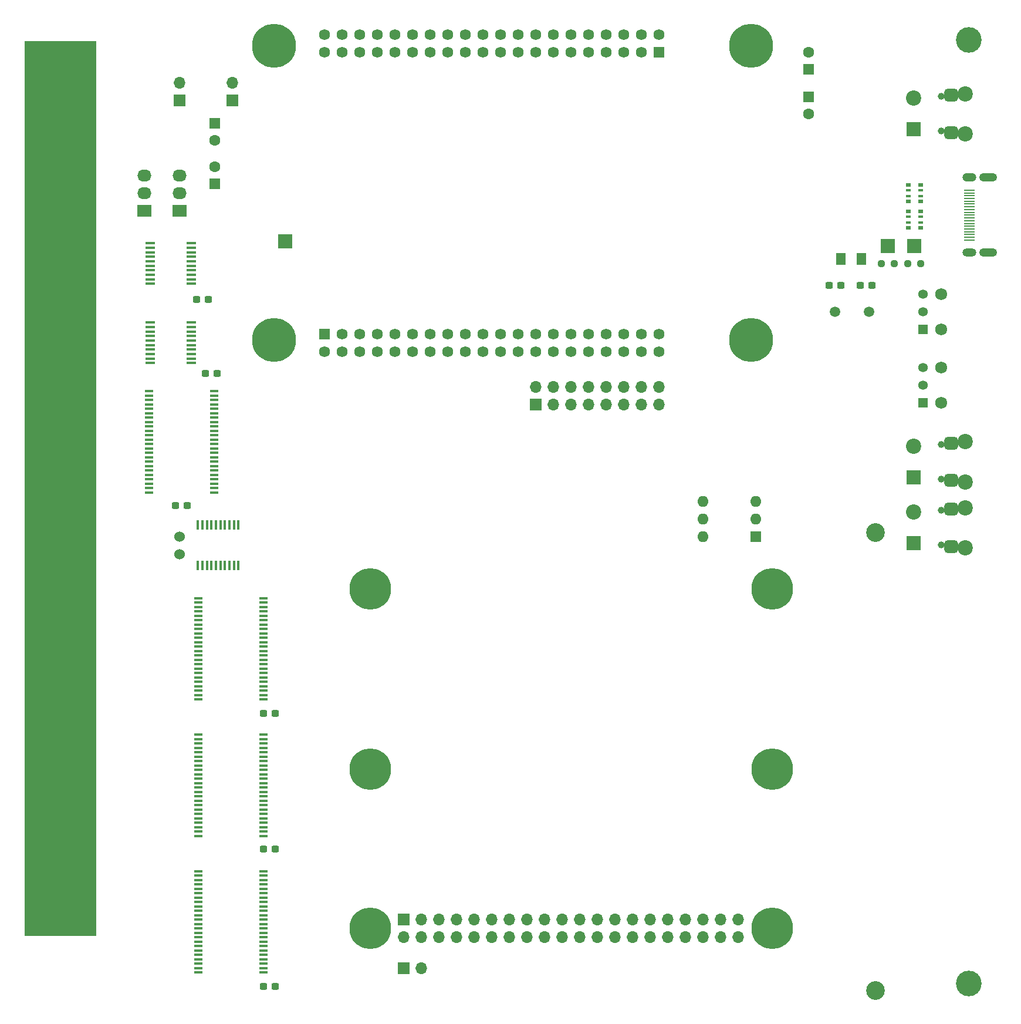
<source format=gts>
G04 #@! TF.GenerationSoftware,KiCad,Pcbnew,(6.0.5-0)*
G04 #@! TF.CreationDate,2022-09-21T23:29:34+09:00*
G04 #@! TF.ProjectId,kepler-x,6b65706c-6572-42d7-982e-6b696361645f,rev?*
G04 #@! TF.SameCoordinates,Original*
G04 #@! TF.FileFunction,Soldermask,Top*
G04 #@! TF.FilePolarity,Negative*
%FSLAX46Y46*%
G04 Gerber Fmt 4.6, Leading zero omitted, Abs format (unit mm)*
G04 Created by KiCad (PCBNEW (6.0.5-0)) date 2022-09-21 23:29:34*
%MOMM*%
%LPD*%
G01*
G04 APERTURE LIST*
G04 Aperture macros list*
%AMRoundRect*
0 Rectangle with rounded corners*
0 $1 Rounding radius*
0 $2 $3 $4 $5 $6 $7 $8 $9 X,Y pos of 4 corners*
0 Add a 4 corners polygon primitive as box body*
4,1,4,$2,$3,$4,$5,$6,$7,$8,$9,$2,$3,0*
0 Add four circle primitives for the rounded corners*
1,1,$1+$1,$2,$3*
1,1,$1+$1,$4,$5*
1,1,$1+$1,$6,$7*
1,1,$1+$1,$8,$9*
0 Add four rect primitives between the rounded corners*
20,1,$1+$1,$2,$3,$4,$5,0*
20,1,$1+$1,$4,$5,$6,$7,0*
20,1,$1+$1,$6,$7,$8,$9,0*
20,1,$1+$1,$8,$9,$2,$3,0*%
G04 Aperture macros list end*
%ADD10C,0.120000*%
%ADD11RoundRect,0.300000X-4.200000X-0.450000X4.200000X-0.450000X4.200000X0.450000X-4.200000X0.450000X0*%
%ADD12C,2.700000*%
%ADD13C,1.500000*%
%ADD14RoundRect,0.237500X-0.300000X-0.237500X0.300000X-0.237500X0.300000X0.237500X-0.300000X0.237500X0*%
%ADD15RoundRect,0.250001X0.462499X0.624999X-0.462499X0.624999X-0.462499X-0.624999X0.462499X-0.624999X0*%
%ADD16C,3.700000*%
%ADD17R,1.200000X0.400000*%
%ADD18R,1.358000X1.358000*%
%ADD19C,1.358000*%
%ADD20C,1.725000*%
%ADD21RoundRect,0.237500X-0.250000X-0.237500X0.250000X-0.237500X0.250000X0.237500X-0.250000X0.237500X0*%
%ADD22RoundRect,0.237500X0.300000X0.237500X-0.300000X0.237500X-0.300000X-0.237500X0.300000X-0.237500X0*%
%ADD23R,1.700000X1.700000*%
%ADD24O,1.700000X1.700000*%
%ADD25R,1.450000X0.450000*%
%ADD26R,2.032000X1.727200*%
%ADD27O,2.032000X1.727200*%
%ADD28R,0.800000X0.500000*%
%ADD29R,0.800000X0.400000*%
%ADD30R,1.600000X1.600000*%
%ADD31O,1.600000X1.600000*%
%ADD32R,2.000000X2.000000*%
%ADD33R,1.590000X1.590000*%
%ADD34C,1.590000*%
%ADD35C,6.350000*%
%ADD36O,2.000000X1.250000*%
%ADD37O,2.600000X1.220000*%
%ADD38O,2.600000X1.200000*%
%ADD39O,2.000000X1.200000*%
%ADD40R,1.600000X0.230000*%
%ADD41C,1.000000*%
%ADD42R,2.100000X2.100000*%
%ADD43C,2.200000*%
%ADD44RoundRect,0.450000X0.550000X0.450000X-0.550000X0.450000X-0.550000X-0.450000X0.550000X-0.450000X0*%
%ADD45R,0.450000X1.450000*%
%ADD46C,1.524000*%
%ADD47C,1.600000*%
%ADD48C,6.000000*%
G04 APERTURE END LIST*
D10*
X40000000Y-166100000D02*
X29750000Y-166100000D01*
X29750000Y-166100000D02*
X29750000Y-37100000D01*
X29750000Y-37100000D02*
X40000000Y-37100000D01*
X40000000Y-37100000D02*
X40000000Y-166100000D01*
G36*
X40000000Y-166100000D02*
G01*
X29750000Y-166100000D01*
X29750000Y-37100000D01*
X40000000Y-37100000D01*
X40000000Y-166100000D01*
G37*
D11*
X35555000Y-163830000D03*
X35555000Y-161290000D03*
X35555000Y-158750000D03*
X35555000Y-156210000D03*
X35555000Y-153670000D03*
X35555000Y-151130000D03*
X35555000Y-148590000D03*
X35555000Y-146050000D03*
X35555000Y-143510000D03*
X35555000Y-140970000D03*
X35555000Y-138430000D03*
X35555000Y-135890000D03*
X35555000Y-133350000D03*
X35555000Y-130810000D03*
X35555000Y-128270000D03*
X35555000Y-125730000D03*
X35555000Y-123190000D03*
X35555000Y-120650000D03*
X35555000Y-118110000D03*
X35555000Y-115570000D03*
X35555000Y-113030000D03*
X35555000Y-110490000D03*
X35555000Y-107950000D03*
X35555000Y-105410000D03*
X35555000Y-102870000D03*
X35555000Y-100330000D03*
X35555000Y-97790000D03*
X35555000Y-95250000D03*
X35555000Y-92710000D03*
X35555000Y-90170000D03*
X35555000Y-87630000D03*
X35555000Y-85090000D03*
X35555000Y-82550000D03*
X35555000Y-80010000D03*
X35555000Y-77470000D03*
X35555000Y-74930000D03*
X35555000Y-72390000D03*
X35555000Y-69850000D03*
X35555000Y-67310000D03*
X35555000Y-64770000D03*
X35555000Y-62230000D03*
X35555000Y-59690000D03*
X35555000Y-57150000D03*
X35555000Y-54610000D03*
X35555000Y-52070000D03*
X35555000Y-49530000D03*
X35555000Y-46990000D03*
X35555000Y-44450000D03*
X35555000Y-41910000D03*
X35555000Y-39370000D03*
D12*
X152500000Y-108000000D03*
D13*
X146685000Y-76200000D03*
X151565000Y-76200000D03*
D14*
X64161500Y-173482000D03*
X65886500Y-173482000D03*
D15*
X150495000Y-68580000D03*
X147520000Y-68580000D03*
D16*
X166000000Y-173000000D03*
D17*
X47701200Y-87630000D03*
X47701200Y-88265000D03*
X47701200Y-88900000D03*
X47701200Y-89535000D03*
X47701200Y-90170000D03*
X47701200Y-90805000D03*
X47701200Y-91440000D03*
X47701200Y-92075000D03*
X47701200Y-92710000D03*
X47701200Y-93345000D03*
X47701200Y-93980000D03*
X47701200Y-94615000D03*
X47701200Y-95250000D03*
X47701200Y-95885000D03*
X47701200Y-96520000D03*
X47701200Y-97155000D03*
X47701200Y-97790000D03*
X47701200Y-98425000D03*
X47701200Y-99060000D03*
X47701200Y-99695000D03*
X47701200Y-100330000D03*
X47701200Y-100965000D03*
X47701200Y-101600000D03*
X47701200Y-102235000D03*
X57101200Y-102235000D03*
X57101200Y-101600000D03*
X57101200Y-100965000D03*
X57101200Y-100330000D03*
X57101200Y-99695000D03*
X57101200Y-99060000D03*
X57101200Y-98425000D03*
X57101200Y-97790000D03*
X57101200Y-97155000D03*
X57101200Y-96520000D03*
X57101200Y-95885000D03*
X57101200Y-95250000D03*
X57101200Y-94615000D03*
X57101200Y-93980000D03*
X57101200Y-93345000D03*
X57101200Y-92710000D03*
X57101200Y-92075000D03*
X57101200Y-91440000D03*
X57101200Y-90805000D03*
X57101200Y-90170000D03*
X57101200Y-89535000D03*
X57101200Y-88900000D03*
X57101200Y-88265000D03*
X57101200Y-87630000D03*
D18*
X159385010Y-78740000D03*
D19*
X159385010Y-76200000D03*
X159385010Y-73660000D03*
D20*
X162005010Y-78740000D03*
X162005010Y-73660000D03*
D21*
X157202500Y-69215000D03*
X159027500Y-69215000D03*
D22*
X151992500Y-72390000D03*
X150267500Y-72390000D03*
D18*
X159385010Y-89297510D03*
D19*
X159385010Y-86757510D03*
X159385010Y-84217510D03*
D20*
X162005010Y-89297510D03*
X162005010Y-84217510D03*
D23*
X103520000Y-89540000D03*
D24*
X103520000Y-87000000D03*
X106060000Y-89540000D03*
X106060000Y-87000000D03*
X108600000Y-89540000D03*
X108600000Y-87000000D03*
X111140000Y-89540000D03*
X111140000Y-87000000D03*
X113680000Y-89540000D03*
X113680000Y-87000000D03*
X116220000Y-89540000D03*
X116220000Y-87000000D03*
X118760000Y-89540000D03*
X118760000Y-87000000D03*
X121300000Y-89540000D03*
X121300000Y-87000000D03*
D25*
X53750000Y-83570000D03*
X53750000Y-82920000D03*
X53750000Y-82270000D03*
X53750000Y-81620000D03*
X53750000Y-80970000D03*
X53750000Y-80320000D03*
X53750000Y-79670000D03*
X53750000Y-79020000D03*
X53750000Y-78370000D03*
X53750000Y-77720000D03*
X47850000Y-77720000D03*
X47850000Y-78370000D03*
X47850000Y-79020000D03*
X47850000Y-79670000D03*
X47850000Y-80320000D03*
X47850000Y-80970000D03*
X47850000Y-81620000D03*
X47850000Y-82270000D03*
X47850000Y-82920000D03*
X47850000Y-83570000D03*
D17*
X64183800Y-151765000D03*
X64183800Y-151130000D03*
X64183800Y-150495000D03*
X64183800Y-149860000D03*
X64183800Y-149225000D03*
X64183800Y-148590000D03*
X64183800Y-147955000D03*
X64183800Y-147320000D03*
X64183800Y-146685000D03*
X64183800Y-146050000D03*
X64183800Y-145415000D03*
X64183800Y-144780000D03*
X64183800Y-144145000D03*
X64183800Y-143510000D03*
X64183800Y-142875000D03*
X64183800Y-142240000D03*
X64183800Y-141605000D03*
X64183800Y-140970000D03*
X64183800Y-140335000D03*
X64183800Y-139700000D03*
X64183800Y-139065000D03*
X64183800Y-138430000D03*
X64183800Y-137795000D03*
X64183800Y-137160000D03*
X54783800Y-137160000D03*
X54783800Y-137795000D03*
X54783800Y-138430000D03*
X54783800Y-139065000D03*
X54783800Y-139700000D03*
X54783800Y-140335000D03*
X54783800Y-140970000D03*
X54783800Y-141605000D03*
X54783800Y-142240000D03*
X54783800Y-142875000D03*
X54783800Y-143510000D03*
X54783800Y-144145000D03*
X54783800Y-144780000D03*
X54783800Y-145415000D03*
X54783800Y-146050000D03*
X54783800Y-146685000D03*
X54783800Y-147320000D03*
X54783800Y-147955000D03*
X54783800Y-148590000D03*
X54783800Y-149225000D03*
X54783800Y-149860000D03*
X54783800Y-150495000D03*
X54783800Y-151130000D03*
X54783800Y-151765000D03*
D26*
X46990000Y-61595000D03*
D27*
X46990000Y-59055000D03*
X46990000Y-56515000D03*
D28*
X157215000Y-57855000D03*
D29*
X157215000Y-58655000D03*
X157215000Y-59455000D03*
D28*
X157215000Y-60255000D03*
X159015000Y-60255000D03*
D29*
X159015000Y-59455000D03*
X159015000Y-58655000D03*
D28*
X159015000Y-57855000D03*
D30*
X135245000Y-108570000D03*
D31*
X135245000Y-106030000D03*
X135245000Y-103490000D03*
X127625000Y-103490000D03*
X127625000Y-106030000D03*
X127625000Y-108570000D03*
D14*
X51461500Y-104140000D03*
X53186500Y-104140000D03*
X54509500Y-74422000D03*
X56234500Y-74422000D03*
D26*
X52070000Y-61605000D03*
D27*
X52070000Y-59065000D03*
X52070000Y-56525000D03*
D23*
X84450000Y-170815000D03*
D24*
X86990000Y-170815000D03*
D21*
X153392500Y-69215000D03*
X155217500Y-69215000D03*
D32*
X158115000Y-66675000D03*
D25*
X53750000Y-72140000D03*
X53750000Y-71490000D03*
X53750000Y-70840000D03*
X53750000Y-70190000D03*
X53750000Y-69540000D03*
X53750000Y-68890000D03*
X53750000Y-68240000D03*
X53750000Y-67590000D03*
X53750000Y-66940000D03*
X53750000Y-66290000D03*
X47850000Y-66290000D03*
X47850000Y-66940000D03*
X47850000Y-67590000D03*
X47850000Y-68240000D03*
X47850000Y-68890000D03*
X47850000Y-69540000D03*
X47850000Y-70190000D03*
X47850000Y-70840000D03*
X47850000Y-71490000D03*
X47850000Y-72140000D03*
D33*
X121285000Y-38735000D03*
D34*
X121285000Y-36195000D03*
X118745000Y-38735000D03*
X118745000Y-36195000D03*
X116205000Y-38735000D03*
X116205000Y-36195000D03*
X113665000Y-38735000D03*
X113665000Y-36195000D03*
X111125000Y-38735000D03*
X111125000Y-36195000D03*
X108585000Y-38735000D03*
X108585000Y-36195000D03*
X106045000Y-38735000D03*
X106045000Y-36195000D03*
X103505000Y-38735000D03*
X103505000Y-36195000D03*
X100965000Y-38735000D03*
X100965000Y-36195000D03*
X98425000Y-38735000D03*
X98425000Y-36195000D03*
X95885000Y-38735000D03*
X95885000Y-36195000D03*
X93345000Y-38735000D03*
X93345000Y-36195000D03*
X90805000Y-38735000D03*
X90805000Y-36195000D03*
X88265000Y-38735000D03*
X88265000Y-36195000D03*
X85725000Y-38735000D03*
X85725000Y-36195000D03*
X83185000Y-38735000D03*
X83185000Y-36195000D03*
X80645000Y-38735000D03*
X80645000Y-36195000D03*
X78105000Y-38735000D03*
X78105000Y-36195000D03*
X75565000Y-38735000D03*
X75565000Y-36195000D03*
X73025000Y-38735000D03*
X73025000Y-36195000D03*
D33*
X73025000Y-79375000D03*
D34*
X73025000Y-81915000D03*
X75565000Y-79375000D03*
X75565000Y-81915000D03*
X78105000Y-79375000D03*
X78105000Y-81915000D03*
X80645000Y-79375000D03*
X80645000Y-81915000D03*
X83185000Y-79375000D03*
X83185000Y-81915000D03*
X85725000Y-79375000D03*
X85725000Y-81915000D03*
X88265000Y-79375000D03*
X88265000Y-81915000D03*
X90805000Y-79375000D03*
X90805000Y-81915000D03*
X93345000Y-79375000D03*
X93345000Y-81915000D03*
X95885000Y-79375000D03*
X95885000Y-81915000D03*
X98425000Y-79375000D03*
X98425000Y-81915000D03*
X100965000Y-79375000D03*
X100965000Y-81915000D03*
X103505000Y-79375000D03*
X103505000Y-81915000D03*
X106045000Y-79375000D03*
X106045000Y-81915000D03*
X108585000Y-79375000D03*
X108585000Y-81915000D03*
X111125000Y-79375000D03*
X111125000Y-81915000D03*
X113665000Y-79375000D03*
X113665000Y-81915000D03*
X116205000Y-79375000D03*
X116205000Y-81915000D03*
X118745000Y-79375000D03*
X118745000Y-81915000D03*
X121285000Y-79375000D03*
X121285000Y-81915000D03*
D35*
X134570000Y-37845000D03*
X134570000Y-80265000D03*
X65740000Y-37845000D03*
X65740000Y-80265000D03*
D14*
X64161500Y-153670000D03*
X65886500Y-153670000D03*
D12*
X152500000Y-174000000D03*
D36*
X166020000Y-56805000D03*
D37*
X168720000Y-56805000D03*
D38*
X168720000Y-67655000D03*
D39*
X166020000Y-67655000D03*
D40*
X166020000Y-65830000D03*
X166020000Y-65430000D03*
X166020000Y-65030000D03*
X166020000Y-64630000D03*
X166020000Y-64230000D03*
X166020000Y-63830000D03*
X166020000Y-63430000D03*
X166020000Y-63030000D03*
X166020000Y-62630000D03*
X166020000Y-62230000D03*
X166020000Y-61830000D03*
X166020000Y-61430000D03*
X166020000Y-61030000D03*
X166020000Y-60630000D03*
X166020000Y-60230000D03*
X166020000Y-59830000D03*
X166020000Y-59430000D03*
X166020000Y-59030000D03*
X166020000Y-58630000D03*
D28*
X157215000Y-61665000D03*
D29*
X157215000Y-62465000D03*
X157215000Y-63265000D03*
D28*
X157215000Y-64065000D03*
X159015000Y-64065000D03*
D29*
X159015000Y-63265000D03*
X159015000Y-62465000D03*
D28*
X159015000Y-61665000D03*
D14*
X145822500Y-72390000D03*
X147547500Y-72390000D03*
D41*
X161965000Y-50125000D03*
X161965000Y-45125000D03*
D42*
X157965000Y-49875000D03*
D43*
X157965000Y-45375000D03*
X165465000Y-44725000D03*
X165465000Y-50525000D03*
D44*
X163465000Y-50325000D03*
X163465000Y-44925000D03*
D23*
X59690000Y-45720000D03*
D24*
X59690000Y-43180000D03*
D14*
X64161500Y-134112000D03*
X65886500Y-134112000D03*
X55779500Y-85090000D03*
X57504500Y-85090000D03*
D45*
X54735000Y-112780000D03*
X55385000Y-112780000D03*
X56035000Y-112780000D03*
X56685000Y-112780000D03*
X57335000Y-112780000D03*
X57985000Y-112780000D03*
X58635000Y-112780000D03*
X59285000Y-112780000D03*
X59935000Y-112780000D03*
X60585000Y-112780000D03*
X60585000Y-106930000D03*
X59935000Y-106930000D03*
X59285000Y-106930000D03*
X58635000Y-106930000D03*
X57985000Y-106930000D03*
X57335000Y-106930000D03*
X56685000Y-106930000D03*
X56035000Y-106930000D03*
X55385000Y-106930000D03*
X54735000Y-106930000D03*
D46*
X52070000Y-108585000D03*
X52050000Y-111125000D03*
D30*
X142875000Y-41210113D03*
D47*
X142875000Y-38710113D03*
D41*
X161965000Y-100290000D03*
X161965000Y-95290000D03*
D42*
X157965000Y-100040000D03*
D43*
X157965000Y-95540000D03*
X165465000Y-100690000D03*
X165465000Y-94890000D03*
D44*
X163465000Y-100490000D03*
X163465000Y-95090000D03*
D41*
X161965000Y-109815000D03*
X161965000Y-104815000D03*
D42*
X157965000Y-109565000D03*
D43*
X157965000Y-105065000D03*
D44*
X163465000Y-104615000D03*
D43*
X165465000Y-110215000D03*
D44*
X163465000Y-110015000D03*
D43*
X165465000Y-104415000D03*
D32*
X154305000Y-66675000D03*
D48*
X79585000Y-165100000D03*
X79585000Y-142100000D03*
X137585000Y-165100000D03*
X137585000Y-142100000D03*
X79585000Y-116100000D03*
X137585000Y-116100000D03*
D23*
X84455000Y-163830000D03*
D24*
X84455000Y-166370000D03*
X86995000Y-163830000D03*
X86995000Y-166370000D03*
X89535000Y-163830000D03*
X89535000Y-166370000D03*
X92075000Y-163830000D03*
X92075000Y-166370000D03*
X94615000Y-163830000D03*
X94615000Y-166370000D03*
X97155000Y-163830000D03*
X97155000Y-166370000D03*
X99695000Y-163830000D03*
X99695000Y-166370000D03*
X102235000Y-163830000D03*
X102235000Y-166370000D03*
X104775000Y-163830000D03*
X104775000Y-166370000D03*
X107315000Y-163830000D03*
X107315000Y-166370000D03*
X109855000Y-163830000D03*
X109855000Y-166370000D03*
X112395000Y-163830000D03*
X112395000Y-166370000D03*
X114935000Y-163830000D03*
X114935000Y-166370000D03*
X117475000Y-163830000D03*
X117475000Y-166370000D03*
X120015000Y-163830000D03*
X120015000Y-166370000D03*
X122555000Y-163830000D03*
X122555000Y-166370000D03*
X125095000Y-163830000D03*
X125095000Y-166370000D03*
X127635000Y-163830000D03*
X127635000Y-166370000D03*
X130175000Y-163830000D03*
X130175000Y-166370000D03*
X132715000Y-163830000D03*
X132715000Y-166370000D03*
D17*
X64183800Y-171450000D03*
X64183800Y-170815000D03*
X64183800Y-170180000D03*
X64183800Y-169545000D03*
X64183800Y-168910000D03*
X64183800Y-168275000D03*
X64183800Y-167640000D03*
X64183800Y-167005000D03*
X64183800Y-166370000D03*
X64183800Y-165735000D03*
X64183800Y-165100000D03*
X64183800Y-164465000D03*
X64183800Y-163830000D03*
X64183800Y-163195000D03*
X64183800Y-162560000D03*
X64183800Y-161925000D03*
X64183800Y-161290000D03*
X64183800Y-160655000D03*
X64183800Y-160020000D03*
X64183800Y-159385000D03*
X64183800Y-158750000D03*
X64183800Y-158115000D03*
X64183800Y-157480000D03*
X64183800Y-156845000D03*
X54783800Y-156845000D03*
X54783800Y-157480000D03*
X54783800Y-158115000D03*
X54783800Y-158750000D03*
X54783800Y-159385000D03*
X54783800Y-160020000D03*
X54783800Y-160655000D03*
X54783800Y-161290000D03*
X54783800Y-161925000D03*
X54783800Y-162560000D03*
X54783800Y-163195000D03*
X54783800Y-163830000D03*
X54783800Y-164465000D03*
X54783800Y-165100000D03*
X54783800Y-165735000D03*
X54783800Y-166370000D03*
X54783800Y-167005000D03*
X54783800Y-167640000D03*
X54783800Y-168275000D03*
X54783800Y-168910000D03*
X54783800Y-169545000D03*
X54783800Y-170180000D03*
X54783800Y-170815000D03*
X54783800Y-171450000D03*
D30*
X57150000Y-48959888D03*
D47*
X57150000Y-51459888D03*
D17*
X64183800Y-132080000D03*
X64183800Y-131445000D03*
X64183800Y-130810000D03*
X64183800Y-130175000D03*
X64183800Y-129540000D03*
X64183800Y-128905000D03*
X64183800Y-128270000D03*
X64183800Y-127635000D03*
X64183800Y-127000000D03*
X64183800Y-126365000D03*
X64183800Y-125730000D03*
X64183800Y-125095000D03*
X64183800Y-124460000D03*
X64183800Y-123825000D03*
X64183800Y-123190000D03*
X64183800Y-122555000D03*
X64183800Y-121920000D03*
X64183800Y-121285000D03*
X64183800Y-120650000D03*
X64183800Y-120015000D03*
X64183800Y-119380000D03*
X64183800Y-118745000D03*
X64183800Y-118110000D03*
X64183800Y-117475000D03*
X54783800Y-117475000D03*
X54783800Y-118110000D03*
X54783800Y-118745000D03*
X54783800Y-119380000D03*
X54783800Y-120015000D03*
X54783800Y-120650000D03*
X54783800Y-121285000D03*
X54783800Y-121920000D03*
X54783800Y-122555000D03*
X54783800Y-123190000D03*
X54783800Y-123825000D03*
X54783800Y-124460000D03*
X54783800Y-125095000D03*
X54783800Y-125730000D03*
X54783800Y-126365000D03*
X54783800Y-127000000D03*
X54783800Y-127635000D03*
X54783800Y-128270000D03*
X54783800Y-128905000D03*
X54783800Y-129540000D03*
X54783800Y-130175000D03*
X54783800Y-130810000D03*
X54783800Y-131445000D03*
X54783800Y-132080000D03*
D30*
X142875000Y-45149888D03*
D47*
X142875000Y-47649888D03*
D30*
X57150000Y-57720113D03*
D47*
X57150000Y-55220113D03*
D23*
X52070000Y-45720000D03*
D24*
X52070000Y-43180000D03*
D16*
X166000000Y-37000000D03*
D32*
X67310000Y-66040000D03*
M02*

</source>
